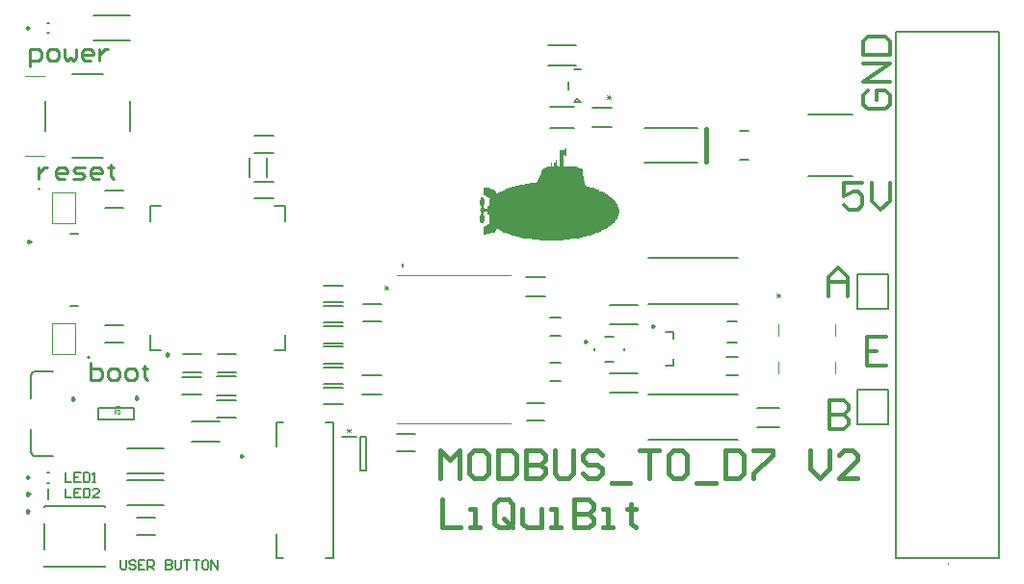
<source format=gto>
G04*
G04 #@! TF.GenerationSoftware,Altium Limited,Altium Designer,24.3.1 (35)*
G04*
G04 Layer_Color=65535*
%FSLAX25Y25*%
%MOIN*%
G70*
G04*
G04 #@! TF.SameCoordinates,DD40E729-4839-4357-B32C-C6A01C06D7B0*
G04*
G04*
G04 #@! TF.FilePolarity,Positive*
G04*
G01*
G75*
%ADD10C,0.00984*%
%ADD11C,0.00787*%
%ADD12C,0.00600*%
%ADD13C,0.00394*%
%ADD14C,0.01000*%
%ADD15C,0.01575*%
%ADD16C,0.01201*%
%ADD17C,0.00591*%
%ADD18C,0.00236*%
G36*
X-354842Y161378D02*
X-354331D01*
Y161122D01*
X-353307D01*
Y160866D01*
X-352539D01*
Y160610D01*
X-351516D01*
Y160354D01*
X-351260D01*
Y160098D01*
X-351004D01*
Y159587D01*
X-350748D01*
Y159331D01*
X-350236D01*
Y159587D01*
X-349724D01*
Y159843D01*
X-349213D01*
Y160098D01*
X-348445D01*
Y160354D01*
X-347933D01*
Y160610D01*
X-347421D01*
Y160866D01*
X-346654D01*
Y161122D01*
X-345886D01*
Y161378D01*
X-345630D01*
Y161634D01*
X-344094D01*
Y161890D01*
X-343071D01*
Y162146D01*
X-342047D01*
Y162402D01*
X-340768D01*
Y162657D01*
X-339232D01*
Y162913D01*
X-336929D01*
Y163169D01*
X-336417D01*
Y163937D01*
X-336161D01*
Y164705D01*
X-335906D01*
Y165217D01*
X-335650D01*
Y165984D01*
X-335394D01*
Y166496D01*
X-335138D01*
Y167264D01*
X-334882D01*
Y167520D01*
X-334626D01*
Y167776D01*
X-334370D01*
Y168032D01*
X-333858D01*
Y168287D01*
X-333090D01*
Y168543D01*
X-331811D01*
Y170079D01*
X-331555D01*
Y168543D01*
X-330787D01*
Y169823D01*
X-330532D01*
Y170079D01*
X-330276D01*
Y171102D01*
X-330020D01*
Y169823D01*
X-329764D01*
Y168799D01*
X-329508D01*
Y168543D01*
X-328996D01*
Y174173D01*
X-327205D01*
Y174685D01*
X-326949D01*
Y174941D01*
X-326693D01*
Y174685D01*
X-326437D01*
Y172382D01*
X-327205D01*
Y172638D01*
X-327461D01*
Y168543D01*
X-322854D01*
Y168287D01*
X-322087D01*
Y168032D01*
X-321575D01*
Y167776D01*
X-321319D01*
Y167520D01*
X-321063D01*
Y166752D01*
X-320807D01*
Y165217D01*
X-320551D01*
Y163681D01*
X-320295D01*
Y162146D01*
X-320039D01*
Y161890D01*
X-319528D01*
Y161634D01*
X-318504D01*
Y161378D01*
X-317736D01*
Y161122D01*
X-316968D01*
Y160866D01*
X-316201D01*
Y160610D01*
X-315177D01*
Y160098D01*
X-314409D01*
Y159843D01*
X-313898D01*
Y159587D01*
X-313386D01*
Y159331D01*
X-312874D01*
Y159075D01*
X-312618D01*
Y158819D01*
X-312362D01*
Y158563D01*
X-311850D01*
Y158307D01*
X-311595D01*
Y158051D01*
X-311083D01*
Y157795D01*
X-310827D01*
Y157539D01*
X-310571D01*
Y157283D01*
X-310315D01*
Y157028D01*
X-310059D01*
Y156772D01*
X-309803D01*
Y156516D01*
X-309547D01*
Y156004D01*
X-309291D01*
Y155492D01*
X-309035D01*
Y155236D01*
X-308780D01*
Y154724D01*
X-308524D01*
Y153957D01*
X-308268D01*
Y152165D01*
X-308524D01*
Y151398D01*
X-308780D01*
Y150886D01*
X-309035D01*
Y150374D01*
X-309291D01*
Y150118D01*
X-309547D01*
Y149606D01*
X-309803D01*
Y149350D01*
X-310059D01*
Y149094D01*
X-310315D01*
Y148839D01*
X-310571D01*
Y148583D01*
X-310827D01*
Y148327D01*
X-311339D01*
Y148071D01*
X-311595D01*
Y147815D01*
X-311850D01*
Y147559D01*
X-312362D01*
Y147303D01*
X-312618D01*
Y147047D01*
X-313130D01*
Y146791D01*
X-313642D01*
Y146535D01*
X-314154D01*
Y146280D01*
X-314665D01*
Y146024D01*
X-315177D01*
Y145768D01*
X-315689D01*
Y145512D01*
X-316457D01*
Y145256D01*
X-317224D01*
Y145000D01*
X-317992D01*
Y144744D01*
X-318760D01*
Y144488D01*
X-319528D01*
Y144232D01*
X-320807D01*
Y143976D01*
X-321831D01*
Y143720D01*
X-323366D01*
Y143465D01*
X-325157D01*
Y143209D01*
X-327716D01*
Y142953D01*
X-335906D01*
Y143209D01*
X-338465D01*
Y143465D01*
X-340256D01*
Y143720D01*
X-341791D01*
Y143976D01*
X-342815D01*
Y144232D01*
X-344094D01*
Y144488D01*
X-344862D01*
Y144744D01*
X-345630D01*
Y145000D01*
X-346398D01*
Y145256D01*
X-347165D01*
Y145512D01*
X-347933D01*
Y145768D01*
X-348445D01*
Y146024D01*
X-348957D01*
Y146280D01*
X-349468D01*
Y146535D01*
X-349980D01*
Y146791D01*
X-350492D01*
Y147047D01*
X-350748D01*
Y146791D01*
X-351004D01*
Y146280D01*
X-351260D01*
Y145768D01*
X-351772D01*
Y145512D01*
X-352795D01*
Y145256D01*
X-354075D01*
Y145000D01*
X-355098D01*
Y144744D01*
X-355354D01*
Y147559D01*
X-354842D01*
Y147815D01*
X-354587D01*
Y148071D01*
X-354075D01*
Y148327D01*
X-353819D01*
Y148583D01*
X-353307D01*
Y151909D01*
X-353819D01*
Y152933D01*
X-354842D01*
Y152677D01*
X-355354D01*
Y152165D01*
X-355098D01*
Y151654D01*
X-354842D01*
Y149606D01*
X-355098D01*
Y149094D01*
X-355354D01*
Y148839D01*
X-356122D01*
Y149094D01*
X-356378D01*
Y149350D01*
X-356634D01*
Y151654D01*
X-356378D01*
Y152165D01*
X-356122D01*
Y152421D01*
X-355866D01*
Y152677D01*
X-356378D01*
Y153189D01*
X-356634D01*
Y153701D01*
X-356378D01*
Y154213D01*
X-355866D01*
Y154469D01*
X-356122D01*
Y154724D01*
X-356378D01*
Y155236D01*
X-356634D01*
Y157028D01*
X-356378D01*
Y157539D01*
X-356122D01*
Y158051D01*
X-355354D01*
Y157795D01*
X-355098D01*
Y157283D01*
X-354842D01*
Y155236D01*
X-355098D01*
Y154724D01*
X-355354D01*
Y154213D01*
X-354842D01*
Y153957D01*
X-353819D01*
Y154980D01*
X-353307D01*
Y157283D01*
X-353051D01*
Y157539D01*
X-353563D01*
Y157795D01*
X-353819D01*
Y158051D01*
X-354331D01*
Y158307D01*
X-354587D01*
Y158563D01*
X-355098D01*
Y158819D01*
X-355354D01*
Y161378D01*
X-355098D01*
X-354842D01*
D02*
G37*
D10*
X-512500Y216673D02*
X-513238Y217099D01*
Y216247D01*
X-512500Y216673D01*
Y60965D02*
X-513238Y61391D01*
Y60538D01*
X-512500Y60965D01*
X-496831Y88071D02*
X-497569Y88497D01*
Y87645D01*
X-496831Y88071D01*
X-474862Y88366D02*
X-475600Y88792D01*
Y87940D01*
X-474862Y88366D01*
X-512402Y55118D02*
X-513140Y55544D01*
Y54692D01*
X-512402Y55118D01*
X-296201Y113228D02*
X-296939Y113654D01*
Y112802D01*
X-296201Y113228D01*
X-512067Y142677D02*
X-512805Y143103D01*
Y142251D01*
X-512067Y142677D01*
X-512480Y49134D02*
X-513218Y49560D01*
Y48708D01*
X-512480Y49134D01*
X-464173Y103484D02*
X-464911Y103910D01*
Y103058D01*
X-464173Y103484D01*
X-438524Y68228D02*
X-439262Y68655D01*
Y67802D01*
X-438524Y68228D01*
X-319508Y107913D02*
X-320246Y108340D01*
Y107487D01*
X-319508Y107913D01*
D11*
X-510059Y97717D02*
X-510945Y97479D01*
X-511593Y96831D01*
X-511831Y95945D01*
Y69961D02*
X-511593Y69075D01*
X-510945Y68426D01*
X-510059Y68189D01*
X-383268Y134095D02*
Y134882D01*
Y134095D01*
X-340394Y86752D02*
X-334095D01*
X-340394Y80650D02*
X-334095D01*
X-396929Y120905D02*
X-390630D01*
X-396929Y114803D02*
X-390630D01*
X-385315Y69784D02*
X-379016D01*
X-385315Y75886D02*
X-379016D01*
X-475276Y40925D02*
X-468976D01*
X-475276Y47028D02*
X-468976D01*
X-486299Y154279D02*
X-480000D01*
X-486299Y160382D02*
X-480000D01*
X-486299Y107658D02*
X-480000D01*
X-486299Y113760D02*
X-480000D01*
X-340591Y123661D02*
X-333898D01*
X-340591Y130354D02*
X-333898D01*
X-397126Y89508D02*
X-390433D01*
X-397126Y96201D02*
X-390433D01*
X-317559Y188976D02*
X-310866D01*
X-317559Y182283D02*
X-310866D01*
X-506102Y214803D02*
X-505709D01*
X-506102Y218347D02*
X-505709D01*
X-506102Y59095D02*
X-505709D01*
X-506102Y62638D02*
X-505709D01*
X-510059Y68189D02*
X-504358D01*
X-510059Y97717D02*
X-504358D01*
X-511831Y88335D02*
Y95945D01*
Y69961D02*
Y77571D01*
X-488543Y80984D02*
X-476339D01*
X-488543Y84921D02*
X-476339D01*
X-488543Y80984D02*
Y84921D01*
X-476339Y80984D02*
Y84921D01*
X-505905Y53347D02*
Y56890D01*
X-242854Y186614D02*
X-227697D01*
X-242854Y165197D02*
X-227697D01*
X-434591Y179158D02*
X-428007D01*
X-434591Y173361D02*
X-428007D01*
X-434591Y163410D02*
X-428007D01*
X-434591Y157613D02*
X-428007D01*
X-212441Y32992D02*
X-177008D01*
Y215354D01*
X-212441D02*
X-177008D01*
X-212441Y32992D02*
Y215354D01*
X-298189Y89606D02*
X-267087D01*
X-298189Y73858D02*
X-267087D01*
X-289606Y99449D02*
Y101811D01*
X-292362Y99449D02*
X-289606D01*
Y108898D02*
Y111260D01*
X-292362D02*
X-289606D01*
X-498231Y145177D02*
X-495549D01*
X-498231Y120177D02*
X-495549D01*
X-266575Y180827D02*
X-263425D01*
X-266575Y170984D02*
X-263425D01*
X-271220Y96299D02*
X-267284D01*
X-271220Y102598D02*
X-267284D01*
X-260733Y78386D02*
X-252811D01*
X-260733Y85079D02*
X-252811D01*
X-507362Y51102D02*
X-486102D01*
Y29842D02*
Y30335D01*
Y36043D02*
Y44902D01*
Y50610D02*
Y51102D01*
X-507362Y29842D02*
X-486102D01*
X-507362D02*
Y30335D01*
Y36043D02*
Y44902D01*
Y50610D02*
Y51102D01*
X-225807Y79350D02*
Y91358D01*
X-215295D01*
Y79350D02*
Y91358D01*
X-225807Y79350D02*
X-215295D01*
X-332138Y189173D02*
X-323846D01*
X-332138Y182087D02*
X-323846D01*
X-459528Y95551D02*
X-452835D01*
X-459528Y89646D02*
X-452835D01*
X-332138Y94331D02*
X-328413D01*
X-332138Y100630D02*
X-328413D01*
X-410536Y121590D02*
X-403952D01*
X-410536Y127387D02*
X-403952D01*
X-470472Y104961D02*
Y110177D01*
Y149744D02*
Y154961D01*
X-427461D02*
X-424016D01*
X-470472D02*
X-467028D01*
X-424016Y104961D02*
Y110177D01*
Y149744D02*
Y154961D01*
X-427461Y104961D02*
X-424016D01*
X-470472D02*
X-467028D01*
X-270821Y107508D02*
X-267683D01*
X-270821Y115012D02*
X-267683D01*
X-447520Y89252D02*
X-440827D01*
X-447520Y95945D02*
X-440827D01*
X-332831Y203744D02*
X-323153D01*
X-332831Y210666D02*
X-323153D01*
X-456138Y80312D02*
X-446460D01*
X-456138Y73389D02*
X-446460D01*
X-409784Y79941D02*
X-407323D01*
X-427008D02*
X-424547D01*
X-427008Y32894D02*
Y41161D01*
Y71673D02*
Y79941D01*
X-409784Y32894D02*
X-407323D01*
X-427008D02*
X-424547D01*
X-407323D02*
Y79941D01*
X-313209Y109685D02*
X-310256D01*
X-306417Y105059D02*
Y105650D01*
X-313209Y101024D02*
X-310256D01*
X-317047Y105059D02*
Y105650D01*
X-490339Y221067D02*
X-477693D01*
X-490339Y212161D02*
X-477693D01*
X-459331Y103524D02*
X-453031D01*
X-459331Y97421D02*
X-453031D01*
X-477638Y180795D02*
Y191331D01*
X-497472Y171496D02*
X-486937D01*
X-506772Y180795D02*
Y191331D01*
X-497472Y200630D02*
X-486937D01*
X-299449Y181811D02*
X-281339D01*
X-299449Y170000D02*
X-281339D01*
X-398012Y74803D02*
X-395847D01*
Y63386D02*
Y74803D01*
X-398012Y63386D02*
X-395847D01*
X-398012D02*
Y74803D01*
X-404311D02*
X-399390D01*
X-447323Y97421D02*
X-441024D01*
X-447323Y103524D02*
X-441024D01*
X-298189Y136850D02*
X-267087D01*
X-298189Y121102D02*
X-267087D01*
X-332138Y116378D02*
X-328413D01*
X-332138Y110079D02*
X-328413D01*
X-410536Y113214D02*
X-403952D01*
X-410536Y107416D02*
X-403952D01*
X-410536Y106127D02*
X-403952D01*
X-410536Y100330D02*
X-403952D01*
X-410536Y93243D02*
X-403952D01*
X-410536Y99040D02*
X-403952D01*
X-410536Y114503D02*
X-403952D01*
X-410536Y120300D02*
X-403952D01*
X-478449Y60083D02*
X-465803D01*
X-478449Y51177D02*
X-465803D01*
X-478449Y71067D02*
X-465803D01*
X-478449Y62161D02*
X-465803D01*
X-436174Y165094D02*
Y171678D01*
X-430377Y165094D02*
Y171678D01*
X-447520Y81772D02*
X-440827D01*
X-447520Y87677D02*
X-440827D01*
X-311441Y90173D02*
X-301945D01*
X-311441Y96914D02*
X-301945D01*
X-311441Y120536D02*
X-301945D01*
X-311441Y113795D02*
X-301945D01*
X-410536Y86156D02*
X-403952D01*
X-410536Y91954D02*
X-403952D01*
X-225807Y119350D02*
Y131358D01*
X-215295D01*
Y119350D02*
Y131358D01*
X-225807Y119350D02*
X-215295D01*
D12*
X-322135Y191696D02*
X-322835Y191937D01*
X-323535Y191696D01*
X-322285Y190796D02*
X-321735D01*
X-323935D02*
X-323385D01*
X-322285D01*
X-325935Y195196D02*
Y197796D01*
X-323935Y202196D02*
X-321735D01*
D13*
X-194724Y30787D02*
Y31181D01*
Y30787D01*
X-504735Y148951D02*
X-496731D01*
Y159667D01*
X-504735D02*
X-496731D01*
X-504735Y148951D02*
Y159667D01*
X-504686Y114435D02*
X-496682D01*
X-504686Y103719D02*
Y114435D01*
Y103719D02*
X-496682D01*
Y114435D01*
X-513937Y172165D02*
X-507402D01*
X-513819Y199921D02*
X-507283D01*
X-385236Y79764D02*
X-345866D01*
X-385236Y130945D02*
X-345866D01*
X-253110Y96890D02*
Y100827D01*
X-233425Y96890D02*
Y100827D01*
Y109882D02*
Y113819D01*
X-253110Y109882D02*
Y113819D01*
X-312441Y193280D02*
X-311129Y191969D01*
X-312441D02*
X-311129Y193280D01*
X-312441Y192624D02*
X-311129D01*
X-311785Y191969D02*
Y193280D01*
X-253858Y124698D02*
X-252546Y123386D01*
X-253858D02*
X-252546Y124698D01*
X-253858Y124042D02*
X-252546D01*
X-253202Y123386D02*
Y124698D01*
X-389409Y127336D02*
X-388098Y126024D01*
X-389409D02*
X-388098Y127336D01*
X-389409Y126680D02*
X-388098D01*
X-388754Y126024D02*
Y127336D01*
X-402559Y77769D02*
X-401247Y76457D01*
X-402559D02*
X-401247Y77769D01*
X-402559Y77113D02*
X-401247D01*
X-401903Y76457D02*
Y77769D01*
D14*
X-509370Y160827D02*
X-509075D01*
X-492342Y102559D02*
X-492047D01*
X-491402Y100581D02*
Y94583D01*
X-488403D01*
X-487403Y95582D01*
Y96582D01*
Y97582D01*
X-488403Y98581D01*
X-491402D01*
X-484404Y94583D02*
X-482405D01*
X-481405Y95582D01*
Y97582D01*
X-482405Y98581D01*
X-484404D01*
X-485403Y97582D01*
Y95582D01*
X-484404Y94583D01*
X-478406D02*
X-476406D01*
X-475407Y95582D01*
Y97582D01*
X-476406Y98581D01*
X-478406D01*
X-479405Y97582D01*
Y95582D01*
X-478406Y94583D01*
X-472408Y99581D02*
Y98581D01*
X-473407D01*
X-471408D01*
X-472408D01*
Y95582D01*
X-471408Y94583D01*
X-512110Y203362D02*
Y209360D01*
X-509111D01*
X-508111Y208361D01*
Y206361D01*
X-509111Y205362D01*
X-512110D01*
X-505113D02*
X-503113D01*
X-502113Y206361D01*
Y208361D01*
X-503113Y209360D01*
X-505113D01*
X-506112Y208361D01*
Y206361D01*
X-505113Y205362D01*
X-500114Y209360D02*
Y206361D01*
X-499114Y205362D01*
X-498115Y206361D01*
X-497115Y205362D01*
X-496115Y206361D01*
Y209360D01*
X-491117Y205362D02*
X-493116D01*
X-494116Y206361D01*
Y208361D01*
X-493116Y209360D01*
X-491117D01*
X-490117Y208361D01*
Y207361D01*
X-494116D01*
X-488118Y209360D02*
Y205362D01*
Y207361D01*
X-487118Y208361D01*
X-486119Y209360D01*
X-485119D01*
X-509354Y168385D02*
Y164386D01*
Y166385D01*
X-508355Y167385D01*
X-507355Y168385D01*
X-506355D01*
X-500357Y164386D02*
X-502357D01*
X-503356Y165385D01*
Y167385D01*
X-502357Y168385D01*
X-500357D01*
X-499358Y167385D01*
Y166385D01*
X-503356D01*
X-497358Y164386D02*
X-494359D01*
X-493360Y165385D01*
X-494359Y166385D01*
X-496358D01*
X-497358Y167385D01*
X-496358Y168385D01*
X-493360D01*
X-488361Y164386D02*
X-490360D01*
X-491360Y165385D01*
Y167385D01*
X-490360Y168385D01*
X-488361D01*
X-487361Y167385D01*
Y166385D01*
X-491360D01*
X-484362Y169384D02*
Y168385D01*
X-485362D01*
X-483363D01*
X-484362D01*
Y165385D01*
X-483363Y164386D01*
D15*
X-278110Y170158D02*
Y181653D01*
X-369685Y53304D02*
Y43465D01*
X-363125D01*
X-359846D02*
X-356566D01*
X-358206D01*
Y50024D01*
X-359846D01*
X-345087Y45105D02*
Y51664D01*
X-346727Y53304D01*
X-350006D01*
X-351646Y51664D01*
Y45105D01*
X-350006Y43465D01*
X-346727D01*
X-348366Y46744D02*
X-345087Y43465D01*
X-346727D02*
X-345087Y45105D01*
X-341807Y50024D02*
Y45105D01*
X-340167Y43465D01*
X-335247D01*
Y50024D01*
X-331968Y43465D02*
X-328688D01*
X-330328D01*
Y50024D01*
X-331968D01*
X-323768Y53304D02*
Y43465D01*
X-318848D01*
X-317209Y45105D01*
Y46744D01*
X-318848Y48384D01*
X-323768D01*
X-318848D01*
X-317209Y50024D01*
Y51664D01*
X-318848Y53304D01*
X-323768D01*
X-313929Y43465D02*
X-310649D01*
X-312289D01*
Y50024D01*
X-313929D01*
X-304089Y51664D02*
Y50024D01*
X-305729D01*
X-302449D01*
X-304089D01*
Y45105D01*
X-302449Y43465D01*
X-370079Y60498D02*
Y70337D01*
X-366799Y67058D01*
X-363519Y70337D01*
Y60498D01*
X-355320Y70337D02*
X-358599D01*
X-360239Y68698D01*
Y62138D01*
X-358599Y60498D01*
X-355320D01*
X-353680Y62138D01*
Y68698D01*
X-355320Y70337D01*
X-350400D02*
Y60498D01*
X-345480D01*
X-343841Y62138D01*
Y68698D01*
X-345480Y70337D01*
X-350400D01*
X-340561D02*
Y60498D01*
X-335641D01*
X-334001Y62138D01*
Y63778D01*
X-335641Y65418D01*
X-340561D01*
X-335641D01*
X-334001Y67058D01*
Y68698D01*
X-335641Y70337D01*
X-340561D01*
X-330721D02*
Y62138D01*
X-329082Y60498D01*
X-325802D01*
X-324162Y62138D01*
Y70337D01*
X-314322Y68698D02*
X-315962Y70337D01*
X-319242D01*
X-320882Y68698D01*
Y67058D01*
X-319242Y65418D01*
X-315962D01*
X-314322Y63778D01*
Y62138D01*
X-315962Y60498D01*
X-319242D01*
X-320882Y62138D01*
X-311043Y58858D02*
X-304483D01*
X-301203Y70337D02*
X-294644D01*
X-297924D01*
Y60498D01*
X-286444Y70337D02*
X-289724D01*
X-291364Y68698D01*
Y62138D01*
X-289724Y60498D01*
X-286444D01*
X-284805Y62138D01*
Y68698D01*
X-286444Y70337D01*
X-281525Y58858D02*
X-274965D01*
X-271685Y70337D02*
Y60498D01*
X-266766D01*
X-265126Y62138D01*
Y68698D01*
X-266766Y70337D01*
X-271685D01*
X-261846D02*
X-255286D01*
Y68698D01*
X-261846Y62138D01*
Y60498D01*
X-242167Y70337D02*
Y63778D01*
X-238888Y60498D01*
X-235608Y63778D01*
Y70337D01*
X-225768Y60498D02*
X-232328D01*
X-225768Y67058D01*
Y68698D01*
X-227408Y70337D01*
X-230688D01*
X-232328Y68698D01*
D16*
X-216072Y109662D02*
X-222736D01*
Y99665D01*
X-216072D01*
X-222736Y104664D02*
X-219404D01*
X-235571Y87615D02*
Y77618D01*
X-230573D01*
X-228906Y79284D01*
Y80950D01*
X-230573Y82617D01*
X-235571D01*
X-230573D01*
X-228906Y84283D01*
Y85949D01*
X-230573Y87615D01*
X-235571D01*
X-236043Y123445D02*
Y130109D01*
X-232711Y133442D01*
X-229379Y130109D01*
Y123445D01*
Y128443D01*
X-236043D01*
X-222379Y194781D02*
X-223954Y193207D01*
Y190059D01*
X-222379Y188484D01*
X-216082D01*
X-214508Y190059D01*
Y193207D01*
X-216082Y194781D01*
X-219231D01*
Y191633D01*
X-214508Y197930D02*
X-223954D01*
X-214508Y204227D01*
X-223954D01*
Y207376D02*
X-214508D01*
Y212099D01*
X-216082Y213673D01*
X-222379D01*
X-223954Y212099D01*
Y207376D01*
X-224156Y163009D02*
X-230453D01*
Y158286D01*
X-227304Y159860D01*
X-225730D01*
X-224156Y158286D01*
Y155137D01*
X-225730Y153563D01*
X-228878D01*
X-230453Y155137D01*
X-221007Y163009D02*
Y156712D01*
X-217858Y153563D01*
X-214710Y156712D01*
Y163009D01*
D17*
X-499921Y57086D02*
Y53937D01*
X-497822D01*
X-494674Y57086D02*
X-496773D01*
Y53937D01*
X-494674D01*
X-496773Y55511D02*
X-495723D01*
X-493624Y57086D02*
Y53937D01*
X-492050D01*
X-491525Y54462D01*
Y56561D01*
X-492050Y57086D01*
X-493624D01*
X-488376Y53937D02*
X-490476D01*
X-488376Y56036D01*
Y56561D01*
X-488901Y57086D01*
X-489951D01*
X-490476Y56561D01*
X-499921Y62479D02*
Y59331D01*
X-497822D01*
X-494674Y62479D02*
X-496773D01*
Y59331D01*
X-494674D01*
X-496773Y60905D02*
X-495723D01*
X-493624Y62479D02*
Y59331D01*
X-492050D01*
X-491525Y59856D01*
Y61954D01*
X-492050Y62479D01*
X-493624D01*
X-490476Y59331D02*
X-489426D01*
X-489951D01*
Y62479D01*
X-490476Y61954D01*
X-480905Y32204D02*
Y29580D01*
X-480381Y29055D01*
X-479331D01*
X-478806Y29580D01*
Y32204D01*
X-475658Y31679D02*
X-476183Y32204D01*
X-477232D01*
X-477757Y31679D01*
Y31154D01*
X-477232Y30629D01*
X-476183D01*
X-475658Y30105D01*
Y29580D01*
X-476183Y29055D01*
X-477232D01*
X-477757Y29580D01*
X-472509Y32204D02*
X-474608D01*
Y29055D01*
X-472509D01*
X-474608Y30629D02*
X-473559D01*
X-471460Y29055D02*
Y32204D01*
X-469885D01*
X-469361Y31679D01*
Y30629D01*
X-469885Y30105D01*
X-471460D01*
X-470410D02*
X-469361Y29055D01*
X-465163Y32204D02*
Y29055D01*
X-463588D01*
X-463063Y29580D01*
Y30105D01*
X-463588Y30629D01*
X-465163D01*
X-463588D01*
X-463063Y31154D01*
Y31679D01*
X-463588Y32204D01*
X-465163D01*
X-462014D02*
Y29580D01*
X-461489Y29055D01*
X-460440D01*
X-459915Y29580D01*
Y32204D01*
X-458865D02*
X-456766D01*
X-457816D01*
Y29055D01*
X-455717Y32204D02*
X-453618D01*
X-454667D01*
Y29055D01*
X-450994Y32204D02*
X-452043D01*
X-452568Y31679D01*
Y29580D01*
X-452043Y29055D01*
X-450994D01*
X-450469Y29580D01*
Y31679D01*
X-450994Y32204D01*
X-449420Y29055D02*
Y32204D01*
X-447321Y29055D01*
Y32204D01*
D18*
X-481367Y85453D02*
X-482679D01*
X-482941Y85190D01*
Y84666D01*
X-482679Y84403D01*
X-481367D01*
X-482941Y82829D02*
Y83878D01*
X-481891Y82829D01*
X-481629D01*
X-481367Y83091D01*
Y83616D01*
X-481629Y83878D01*
M02*

</source>
